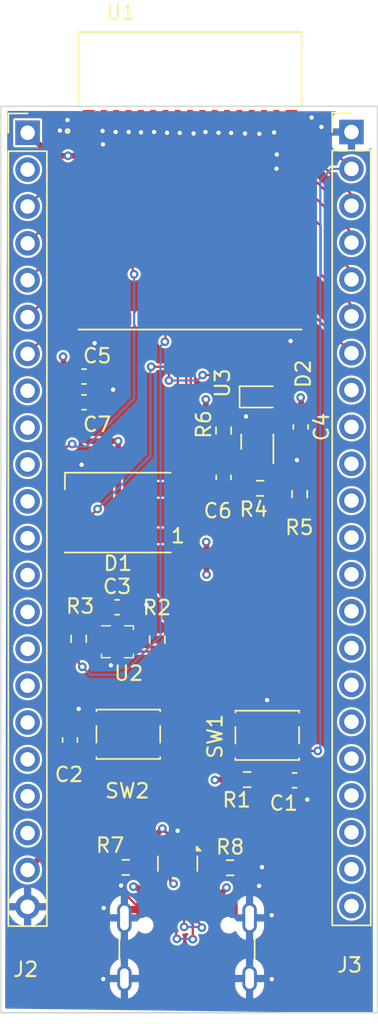
<source format=kicad_pcb>
(kicad_pcb (version 20240108) (generator "pcbnew") (generator_version "8.0")
  (layers (0 "F.Cu" signal "L1") (1 "In1.Cu" signal "L2") (2 "In2.Cu" signal "L3") (31 "B.Cu" signal "L4") (34 "B.Paste" user) (35 "F.Paste" user) (36 "B.SilkS" user "B.Silkscreen") (37 "F.SilkS" user "F.Silkscreen") (38 "B.Mask" user) (39 "F.Mask" user) (44 "Edge.Cuts" user))
  (net 0 "")
  (net 1 "/ESP32_EN")
  (net 2 "GND")
  (net 3 "Net-(SW2-A)")
  (net 4 "+3V3")
  (net 5 "/5VUSB")
  (net 6 "Net-(U3-OUT)")
  (net 7 "/GPIO48")
  (net 10 "Net-(J1-CC2)")
  (net 11 "/USB_P")
  (net 12 "/USB_N")
  (net 13 "Net-(J1-CC1)")
  (net 15 "Net-(U3-FB)")
  (net 16 "/GPIO12")
  (net 17 "/GPIO13")
  (net 18 "/GPIO14")
  (net 19 "/GPIO15")
  (net 20 "/GPIO16")
  (net 21 "/GPIO46")
  (net 22 "/GPIO45")
  (net 23 "/RXD")
  (net 24 "/TXD")
  (net 25 "/GPIO42")
  (net 26 "/GPIO47")
  (net 27 "/I2C_SDA")
  (net 28 "/I2C_SCL")
  (net 30 "/GPIO01")
  (net 31 "/GPIO02")
  (net 32 "/GPIO03")
  (net 33 "/GPIO04")
  (net 34 "/GPIO05")
  (net 37 "/GPIO00")
  (footprint "Button_Switch_SMD:SW_SPST_PTS810" (layer "F.Cu") (at 92.6875 94.55)
    (property "Reference" "SW1")
    (property "Value" "RESET1")
  )
  (footprint "Capacitor_SMD:C_0603_1608Metric" (layer "F.Cu") (at 94.575 97.65)
    (property "Reference" "C1")
    (property "Value" "0.1uF" (hide yes))
  )
  (footprint "Resistor_SMD:R_0603_1608Metric" (layer "F.Cu") (at 82.925 103.65 180)
    (property "Reference" "R7")
    (property "Value" "5.1k" (hide yes))
  )
  (footprint "Resistor_SMD:R_0603_1608Metric" (layer "F.Cu") (at 90.125 103.675)
    (property "Reference" "R8")
    (property "Value" "5.1k" (hide yes))
  )
  (footprint "Resistor_SMD:R_0603_1608Metric" (layer "F.Cu") (at 89.675 73.55 90)
    (property "Reference" "R6")
    (property "Value" "5.1k" (hide yes))
  )
  (footprint "Package_DFN_QFN:Diodes_UDFN-10_1.0x2.5mm_P0.5mm" (layer "F.Cu") (at 86.503 103.3885 -90)
    (property "Reference" "U5" (hide yes))
    (property "Value" "D3V3XA4B10LP" (hide yes))
  )
  (footprint "Resistor_SMD:R_0603_1608Metric" (layer "F.Cu") (at 94.925 77.925 90)
    (property "Reference" "R5")
    (property "Value" "200k" (hide yes))
  )
  (footprint "Capacitor_SMD:C_0603_1608Metric" (layer "F.Cu") (at 80.05 71.6)
    (property "Reference" "C7")
    (property "Value" "10uF" (hide yes))
  )
  (footprint "Resistor_SMD:R_0603_1608Metric" (layer "F.Cu") (at 85.1 87.95 -90)
    (property "Reference" "R2")
    (property "Value" "10k" (hide yes))
  )
  (footprint "Capacitor_SMD:C_0603_1608Metric" (layer "F.Cu") (at 82.325 85.725)
    (property "Reference" "C3")
    (property "Value" "0.1uF" (hide yes))
  )
  (footprint "Resistor_SMD:R_0603_1608Metric" (layer "F.Cu") (at 91.3 97.6)
    (property "Reference" "R1")
    (property "Value" "10k" (hide yes))
  )
  (footprint "Connector_PinHeader_2.54mm:PinHeader_1x22_P2.54mm_Vertical" (layer "F.Cu") (at 98.5 52.975)
    (property "Reference" "J3")
    (property "Value" "Conn_01x22_Male" (hide yes))
  )
  (footprint "Connector_PinHeader_2.54mm:PinHeader_1x22_P2.54mm_Vertical" (layer "F.Cu") (at 76.15 53.025)
    (property "Reference" "J2")
    (property "Value" "Conn_01x22_Male" (hide yes))
  )
  (footprint "LED_SMD:LED_0603_1608Metric" (layer "F.Cu") (at 92.2625 71.225)
    (property "Reference" "D2")
    (property "Value" "LED" (hide yes))
  )
  (footprint "Package_SON:WSON-6-1EP_2x2mm_P0.65mm_EP1x1.6mm" (layer "F.Cu") (at 92 74.8125 90)
    (property "Reference" "U3")
    (property "Value" "TLV75801PDRV" (hide yes))
  )
  (footprint "Resistor_SMD:R_0603_1608Metric" (layer "F.Cu") (at 92.2 77.525)
    (property "Reference" "R4")
    (property "Value" "1M" (hide yes))
  )
  (footprint "Capacitor_SMD:C_0603_1608Metric" (layer "F.Cu") (at 95 73.3 -90)
    (property "Reference" "C4")
    (property "Value" "0.1uF" (hide yes))
  )
  (footprint "LED_SMD:LED_WS2812B_PLCC4_5.0x5.0mm_P3.2mm" (layer "F.Cu") (at 82.375 79.2 180)
    (property "Reference" "D1")
    (property "Value" "WS2812B" (hide yes))
  )
  (footprint "Capacitor_SMD:C_0603_1608Metric" (layer "F.Cu") (at 89.675 76.775 90)
    (property "Reference" "C6")
    (property "Value" "10uF" (hide yes))
  )
  (footprint "ESP32_S3_MINI_1_N8:XCVR_ESP32-S3-MINI-1-N8" (layer "F.Cu") (at 87.361 58.86)
    (property "Reference" "U1")
    (property "Value" "ESP32-S3-MINI-1-N8" (hide yes))
  )
  (footprint "Package_DFN_QFN:AMS_QFN-4-1EP_2x2mm_P0.95mm_EP0.7x1.6mm" (layer "F.Cu") (at 82.35 88.1)
    (property "Reference" "U2")
    (property "Value" "ENS210" (hide yes))
  )
  (footprint "Capacitor_SMD:C_0603_1608Metric" (layer "F.Cu") (at 79.076 94.873 90)
    (property "Reference" "C2")
    (property "Value" "0.1uF" (hide yes))
  )
  (footprint "Capacitor_SMD:C_0603_1608Metric" (layer "F.Cu") (at 80.05 69.825)
    (property "Reference" "C5")
    (property "Value" "0.1uF" (hide yes))
  )
  (footprint "Button_Switch_SMD:SW_SPST_PTS810" (layer "F.Cu") (at 83.1 94.475)
    (property "Reference" "SW2")
    (property "Value" "BOOT0")
  )
  (footprint "Resistor_SMD:R_0603_1608Metric" (layer "F.Cu") (at 79.675 87.9 -90)
    (property "Reference" "R3")
    (property "Value" "10k" (hide yes))
  )
  (footprint "Connector_USB:USB_C_Receptacle_GCT_USB4105-xx-A_16P_TopMnt_Horizontal" (layer "F.Cu") (at 87.15 110.233)
    (property "Reference" "J1" (hide yes))
    (property "Value" "USB_C_Receptacle_USB2.0" (hide yes))
  )
  (gr_rect (start 74.295 51.205) (end 100.295 113.666) (stroke (width 0.1)) (fill none) (layer "Edge.Cuts"))
  (segment (start 92.125 97.6) (end 92.125 97.1375) (width 0.1524) (layer "F.Cu") (net 1))
  (segment (start 90.6125 95.625) (end 94.7625 95.625) (width 0.1524) (layer "F.Cu") (net 1))
  (segment (start 98.5 55.515) (end 95.895 52.91) (width 0.1524) (layer "F.Cu") (net 1))
  (segment (start 94.7625 95.625) (end 96.175 95.625) (width 0.1524) (layer "F.Cu") (net 1))
  (segment (start 95.895 52.91) (end 94.361 52.91) (width 0.1524) (layer "F.Cu") (net 1))
  (segment (start 93.75 97.6) (end 93.8 97.65) (width 0.1524) (layer "F.Cu") (net 1))
  (segment (start 92.125 97.1375) (end 90.6125 95.625) (width 0.1524) (layer "F.Cu") (net 1))
  (segment (start 92.125 97.6) (end 93.75 97.6) (width 0.1524) (layer "F.Cu") (net 1))
  (via (at 96.175 95.625) (size 0.604799) (drill 0.299997) (layers "F.Cu" "B.Cu") (net 1))
  (segment (start 96.35 56.275) (end 97.11 55.515) (width 0.1524) (layer "B.Cu") (net 1))
  (segment (start 96.35 95.45) (end 96.35 56.275) (width 0.1524) (layer "B.Cu") (net 1))
  (segment (start 96.175 95.625) (end 96.35 95.45) (width 0.1524) (layer "B.Cu") (net 1))
  (segment (start 97.11 55.515) (end 98.5 55.515) (width 0.1524) (layer "B.Cu") (net 1))
  (segment (start 94.7625 93.475) (end 94.7625 92.8625) (width 0.1524) (layer "F.Cu") (net 2))
  (segment (start 83.95 106.553) (end 82.6 105.203) (width 0.1524) (layer "F.Cu") (net 2))
  (segment (start 95 75.325) (end 95 74.075) (width 0.1524) (layer "F.Cu") (net 2))
  (segment (start 95.75 51.975) (end 95.635 51.86) (width 0.1524) (layer "F.Cu") (net 2))
  (segment (start 82.05 71.35) (end 82.05 70.725) (width 0.1524) (layer "F.Cu") (net 2))
  (segment (start 94.025 92.125) (end 92.675 92.125) (width 0.1524) (layer "F.Cu") (net 2))
  (segment (start 91.625 92.125) (end 92.675 92.125) (width 0.1524) (layer "F.Cu") (net 2))
  (segment (start 94.361 65.86) (end 94.361 67.314) (width 0.1524) (layer "F.Cu") (net 2))
  (segment (start 83.1 87.4) (end 83.1 85.725) (width 0.1524) (layer "F.Cu") (net 2))
  (segment (start 94.7375 75.5875) (end 94.625 75.7) (width 0.1524) (layer "F.Cu") (net 2))
  (segment (start 80.825 67.575) (end 80.775 67.525) (width 0.1524) (layer "F.Cu") (net 2))
  (segment (start 94.625 75.7) (end 92.65 75.7) (width 0.1524) (layer "F.Cu") (net 2))
  (segment (start 87.361 57.21) (end 87.361 60.51) (width 0.635) (layer "F.Cu") (net 2))
  (segment (start 80.825 71.6) (end 81.8 71.6) (width 0.1524) (layer "F.Cu") (net 2))
  (segment (start 95.45 98.975) (end 95.45 97.75) (width 0.1524) (layer "F.Cu") (net 2))
  (segment (start 80.35 92.725) (end 81.025 93.4) (width 0.1524) (layer "F.Cu") (net 2))
  (segment (start 95.45 97.75) (end 95.35 97.65) (width 0.1524) (layer "F.Cu") (net 2))
  (segment (start 91.475 71.225) (end 91.475 72.325) (width 0.1524) (layer "F.Cu") (net 2))
  (segment (start 94.361 67.314) (end 94.3 67.375) (width 0.1524) (layer "F.Cu") (net 2))
  (segment (start 80.825 69.825) (end 80.825 67.575) (width 0.1524) (layer "F.Cu") (net 2))
  (segment (start 83.3 87.6) (end 83.1 87.4) (width 0.1524) (layer "F.Cu") (net 2))
  (segment (start 81.8 71.6) (end 82.05 71.35) (width 0.1524) (layer "F.Cu") (net 2))
  (segment (start 94.7625 92.8625) (end 94.025 92.125) (width 0.1524) (layer "F.Cu") (net 2))
  (segment (start 79.675 92.725) (end 80.35 92.725) (width 0.1524) (layer "F.Cu") (net 2))
  (segment (start 94.7375 75.5875) (end 95 75.325) (width 0.1524) (layer "F.Cu") (net 2))
  (segment (start 82.525 87.625) (end 83.3 87.625) (width 0.1524) (layer "F.Cu") (net 2))
  (segment (start 83.3 87.625) (end 83.3 87.6) (width 0.1524) (layer "F.Cu") (net 2))
  (segment (start 94.925 75.775) (end 94.925 77.1) (width 0.1524) (layer "F.Cu") (net 2))
  (segment (start 82.1 103.65) (end 82.1 104.4) (width 0.1524) (layer "F.Cu") (net 2))
  (segment (start 96.775 52.975) (end 96.425 52.625) (width 0.1524) (layer "F.Cu") (net 2))
  (segment (start 80.775 67.525) (end 80.361 67.111) (width 0.1524) (layer "F.Cu") (net 2))
  (segment (start 79.925 75.95) (end 79.875 75.9) (width 0.1524) (layer "F.Cu") (net 2))
  (segment (start 85.175 93.4) (end 81.025 93.4) (width 0.1524) (layer "F.Cu") (net 2))
  (segment (start 82.35 88.1) (end 82.35 87.8) (width 0.1524) (layer "F.Cu") (net 2))
  (segment (start 79.076 94.098) (end 79.076 93.324) (width 0.1524) (layer "F.Cu") (net 2))
  (segment (start 83.1 85.725) (end 84.175 85.725) (width 0.1524) (layer "F.Cu") (net 2))
  (segment (start 82.35 87.8) (end 82.525 87.625) (width 0.1524) (layer "F.Cu") (net 2))
  (segment (start 90.6125 93.475) (end 90.6125 93.1375) (width 0.1524) (layer "F.Cu") (net 2))
  (segment (start 82.1 104.4) (end 82.6 104.9) (width 0.1524) (layer "F.Cu") (net 2))
  (segment (start 98.5 52.975) (end 96.775 52.975) (width 0.1524) (layer "F.Cu") (net 2))
  (segment (start 80.825 69.825) (end 81.725 69.825) (width 0.1524) (layer "F.Cu") (net 2))
  (segment (start 82.6 105.203) (end 82.6 104.9) (width 0.1524) (layer "F.Cu") (net 2))
  (segment (start 90.6125 93.1375) (end 91.625 92.125) (width 0.1524) (layer "F.Cu") (net 2))
  (segment (start 82.35 89.275) (end 81.9 89.725) (width 0.1524) (layer "F.Cu") (net 2))
  (segment (start 86.503 103.801) (end 86.503 103.0385) (width 0.1524) (layer "F.Cu") (net 2))
  (segment (start 86.503 101.125) (end 86.503 103.0385) (width 0.1524) (layer "F.Cu") (net 2))
  (segment (start 90.95 103.975) (end 90.95 103.675) (width 0.1524) (layer "F.Cu") (net 2))
  (segment (start 89.675 76) (end 90.8625 74.8125) (width 0.1524) (layer "F.Cu") (net 2))
  (segment (start 95.635 51.86) (end 94.361 51.86) (width 0.1524) (layer "F.Cu") (net 2))
  (segment (start 91.475 72.325) (end 91.225 72.575) (width 0.1524) (layer "F.Cu") (net 2))
  (segment (start 82.35 88.1) (end 82.35 89.275) (width 0.1524) (layer "F.Cu") (net 2))
  (segment (start 81.725 69.825) (end 82.05 70.15) (width 0.1524) (layer "F.Cu") (net 2))
  (segment (start 84.175 85.725) (end 84.35 85.55) (width 0.1524) (layer "F.Cu") (net 2))
  (segment (start 94.7375 75.5875) (end 93.9625 74.8125) (width 0.1524) (layer "F.Cu") (net 2))
  (segment (start 94.7375 75.5875) (end 94.925 75.775) (width 0.1524) (layer "F.Cu") (net 2))
  (segment (start 93.9625 74.8125) (end 92 74.8125) (width 0.1524) (layer "F.Cu") (net 2))
  (segment (start 79.076 93.324) (end 79.675 92.725) (width 0.1524) (layer "F.Cu") (net 2))
  (segment (start 82.05 70.15) (end 82.05 70.725) (width 0.1524) (layer "F.Cu") (net 2))
  (segment (start 90.8625 74.8125) (end 92 74.8125) (width 0.1524) (layer "F.Cu") (net 2))
  (segment (start 79.925 77.6) (end 79.925 75.95) (width 0.1524) (layer "F.Cu") (net 2))
  (segment (start 80.361 67.111) (end 80.361 65.86) (width 0.1524) (layer "F.Cu") (net 2))
  (via (at 84.35 85.55) (size 0.604799) (drill 0.299997) (layers "F.Cu" "B.Cu") (net 2))
  (via (at 78.375 52.875) (size 0.604799) (drill 0.299997) (layers "F.Cu" "B.Cu") (net 2))
  (via (at 79.675 92.725) (size 0.604799) (drill 0.299997) (layers "F.Cu" "B.Cu") (net 2))
  (via (at 82.05 70.725) (size 0.604799) (drill 0.299997) (layers "F.Cu" "B.Cu") (net 2))
  (via (at 87.604039 53.073689) (size 0.604799) (drill 0.299997) (layers "F.Cu" "B.Cu") (net 2))
  (via (at 96.425 52.625) (size 0.604799) (drill 0.299997) (layers "F.Cu" "B.Cu") (net 2))
  (via (at 88.425 52.975) (size 0.604799) (drill 0.299997) (layers "F.Cu" "B.Cu") (net 2))
  (via (at 92.125 104.925) (size 0.604799) (drill 0.299997) (layers "F.Cu" "B.Cu") (net 2))
  (via (at 81.4 106.45) (size 0.604799) (drill 0.299997) (layers "F.Cu" "B.Cu") (net 2))
  (via (at 86.647888 53.035528) (size 0.604799) (drill 0.299997) (layers "F.Cu" "B.Cu") (net 2))
  (via (at 92.142357 53.097379) (size 0.604799) (drill 0.299997) (layers "F.Cu" "B.Cu") (net 2))
  (via (at 82.6 104.9) (size 0.604799) (drill 0.299997) (layers "F.Cu" "B.Cu") (net 2))
  (via (at 82.225 52.975) (size 0.604799) (drill 0.299997) (layers "F.Cu" "B.Cu") (net 2))
  (via (at 81.325 52.9) (size 0.604799) (drill 0.299997) (layers "F.Cu" "B.Cu") (net 2))
  (via (at 85.775 53.025) (size 0.604799) (drill 0.299997) (layers "F.Cu" "B.Cu") (net 2))
  (via (at 83.125 52.975) (size 0.604799) (drill 0.299997) (layers "F.Cu" "B.Cu") (net 2))
  (via (at 92.328919 103.633854) (size 0.604799) (drill 0.299997) (layers "F.Cu" "B.Cu") (net 2))
  (via (at 92.675 92.125) (size 0.604799) (drill 0.299997) (layers "F.Cu" "B.Cu") (net 2))
  (via (at 81.9 89.725) (size 0.604799) (drill 0.299997) (layers "F.Cu" "B.Cu") (net 2))
  (via (at 83.975 53) (size 0.604799) (drill 0.299997) (layers "F.Cu" "B.Cu") (net 2))
  (via (at 93.325 55.5) (size 0.604799) (drill 0.299997) (layers "F.Cu" "B.Cu") (net 2))
  (via (at 93.161024 53.00262) (size 0.604799) (drill 0.299997) (layers "F.Cu" "B.Cu") (net 2))
  (via (at 92.993773 106.943997) (size 0.604799) (drill 0.299997) (layers "F.Cu" "B.Cu") (net 2))
  (via (at 81.35 53.825) (size 0.604799) (drill 0.299997) (layers "F.Cu" "B.Cu") (net 2))
  (via (at 91.225 72.575) (size 0.604799) (drill 0.299997) (layers "F.Cu" "B.Cu") (net 2))
  (via (at 93.35 54.525) (size 0.604799) (drill 0.299997) (layers "F.Cu" "B.Cu") (net 2))
  (via (at 81.373072 111.346066) (size 0.604799) (drill 0.299997) (layers "F.Cu" "B.Cu") (net 2))
  (via (at 94.7375 75.5875) (size 0.604799) (drill 0.299997) (layers "F.Cu" "B.Cu") (net 2))
  (via (at 86.503 101.125) (size 0.604799) (drill 0.299997) (layers "F.Cu" "B.Cu") (net 2))
  (via (at 78.9 52.15) (size 0.604799) (drill 0.299997) (layers "F.Cu" "B.Cu") (net 2))
  (via (at 95.45 98.975) (size 0.604799) (drill 0.299997) (layers "F.Cu" "B.Cu") (net 2))
  (via (at 89.325 53.025) (size 0.604799) (drill 0.299997) (layers "F.Cu" "B.Cu") (net 2))
  (via (at 91.154039 53.073689) (size 0.604799) (drill 0.299997) (layers "F.Cu" "B.Cu") (net 2))
  (via (at 90.197888 53.035528) (size 0.604799) (drill 0.299997) (layers "F.Cu" "B.Cu") (net 2))
  (via (at 84.875 52.975) (size 0.604799) (drill 0.299997) (layers "F.Cu" "B.Cu") (net 2))
  (via (at 93 111.35) (size 0.604799) (drill 0.299997) (layers "F.Cu" "B.Cu") (net 2))
  (via (at 94.3 67.375) (size 0.604799) (drill 0.299997) (layers "F.Cu" "B.Cu") (net 2))
  (via (at 80.775 67.525) (size 0.604799) (drill 0.299997) (layers "F.Cu" "B.Cu") (net 2))
  (via (at 95.75 51.975) (size 0.604799) (drill 0.299997) (layers "F.Cu" "B.Cu") (net 2))
  (via (at 79.875 75.9) (size 0.604799) (drill 0.299997) (layers "F.Cu" "B.Cu") (net 2))
  (segment (start 79.225 74.475) (end 79.075 74.625) (width 0.1524) (layer "F.Cu") (net 3))
  (segment (start 78.375 75.15) (end 78.375 90.6) (width 0.1524) (layer "F.Cu") (net 3))
  (segment (start 78.375 90.6) (end 79.25 91.475) (width 0.1524) (layer "F.Cu") (net 3))
  (segment (start 83.4 62.825) (end 83.45 62.825) (width 0.1524) (layer "F.Cu") (net 3))
  (segment (start 83.45 62.825) (end 83.5 62.775) (width 0.1524) (layer "F.Cu") (net 3))
  (segment (start 79.25 91.475) (end 85.4 91.475) (width 0.1524) (layer "F.Cu") (net 3))
  (segment (start 80.361 55.46) (end 80.561 55.46) (width 0.1524) (layer "F.Cu") (net 3))
  (segment (start 85.4 91.475) (end 86.3 92.375) (width 0.1524) (layer "F.Cu") (net 3))
  (segment (start 85.175 95.55) (end 81.025 95.55) (width 0.1524) (layer "F.Cu") (net 3))
  (segment (start 86.3 92.375) (end 86.3 94.925) (width 0.1524) (layer "F.Cu") (net 3))
  (segment (start 80.561 55.46) (end 83.4 58.299) (width 0.1524) (layer "F.Cu") (net 3))
  (segment (start 79.076 95.648) (end 80.927 95.648) (width 0.1524) (layer "F.Cu") (net 3))
  (segment (start 79.075 74.625) (end 78.9 74.625) (width 0.1524) (layer "F.Cu") (net 3))
  (segment (start 85.675 95.55) (end 85.175 95.55) (width 0.1524) (layer "F.Cu") (net 3))
  (segment (start 83.4 58.299) (end 83.4 62.825) (width 0.1524) (layer "F.Cu") (net 3))
  (segment (start 86.3 94.925) (end 85.675 95.55) (width 0.1524) (layer "F.Cu") (net 3))
  (segment (start 78.9 74.625) (end 78.375 75.15) (width 0.1524) (layer "F.Cu") (net 3))
  (segment (start 80.927 95.648) (end 81.025 95.55) (width 0.1524) (layer "F.Cu") (net 3))
  (via (at 79.225 74.475) (size 0.604799) (drill 0.299997) (layers "F.Cu" "B.Cu") (net 3))
  (via (at 83.5 62.775) (size 0.604799) (drill 0.299997) (layers "F.Cu" "B.Cu") (net 3))
  (segment (start 79.4 74.65) (end 80.2 74.65) (width 0.1524) (layer "B.Cu") (net 3))
  (segment (start 83.5 71.35) (end 83.5 62.775) (width 0.1524) (layer "B.Cu") (net 3))
  (segment (start 79.225 74.475) (end 79.4 74.65) (width 0.1524) (layer "B.Cu") (net 3))
  (segment (start 80.2 74.65) (end 83.5 71.35) (width 0.1524) (layer "B.Cu") (net 3))
  (segment (start 80.525 87.075) (end 79.675 87.075) (width 0.39116) (layer "F.Cu") (net 4))
  (segment (start 81.075 87.625) (end 80.525 87.075) (width 0.39116) (layer "F.Cu") (net 4))
  (segment (start 83.525 80.8) (end 82.4 79.675) (width 0.39116) (layer "F.Cu") (net 4))
  (segment (start 81.4 85.875) (end 81.55 85.725) (width 0.1524) (layer "F.Cu") (net 4))
  (segment (start 84.825 80.8) (end 83.525 80.8) (width 0.39116) (layer "F.Cu") (net 4))
  (segment (start 80.25 74.275) (end 79.275 73.3) (width 0.39116) (layer "F.Cu") (net 4))
  (segment (start 81.55 84.5) (end 81.55 85.725) (width 0.39116) (layer "F.Cu") (net 4))
  (segment (start 90.45 69.925) (end 92.825 69.925) (width 0.39116) (layer "F.Cu") (net 4))
  (segment (start 84.2 84.425) (end 84.175 84.4) (width 0.1524) (layer "F.Cu") (net 4))
  (segment (start 85.1 85.225) (end 84.3 84.425) (width 0.39116) (layer "F.Cu") (net 4))
  (segment (start 81.4 87.625) (end 81.075 87.625) (width 0.39116) (layer "F.Cu") (net 4))
  (segment (start 88.5 83.475) (end 88.5 81.25) (width 0.39116) (layer "F.Cu") (net 4))
  (segment (start 85.1 87.125) (end 85.1 85.225) (width 0.39116) (layer "F.Cu") (net 4))
  (segment (start 81.4 87.625) (end 81.4 85.875) (width 0.39116) (layer "F.Cu") (net 4))
  (segment (start 89.675 72.725) (end 89.25 72.725) (width 0.39116) (layer "F.Cu") (net 4))
  (segment (start 84.175 84.4) (end 81.65 84.4) (width 0.39116) (layer "F.Cu") (net 4))
  (segment (start 92.825 69.925) (end 93.05 70.15) (width 0.39116) (layer "F.Cu") (net 4))
  (segment (start 82.4 79.675) (end 82.4 82.625) (width 0.39116) (layer "F.Cu") (net 4))
  (segment (start 82.4 74.275) (end 80.25 74.275) (width 0.39116) (layer "F.Cu") (net 4))
  (segment (start 89.675 70.7) (end 90.45 69.925) (width 0.39116) (layer "F.Cu") (net 4))
  (segment (start 79.275 69.825) (end 78.625 69.175) (width 0.39116) (layer "F.Cu") (net 4))
  (segment (start 82.4 79.675) (end 82.4 74.275) (width 0.39116) (layer "F.Cu") (net 4))
  (segment (start 78.625 69.175) (end 78.625 68.475) (width 0.39116) (layer "F.Cu") (net 4))
  (segment (start 89.25 72.725) (end 88.45 71.925) (width 0.39116) (layer "F.Cu") (net 4))
  (segment (start 89.1 97.6) (end 89.075 97.625) (width 0.39116) (layer "F.Cu") (net 4))
  (segment (start 93.05 70.15) (end 93.05 71.225) (width 0.39116) (layer "F.Cu") (net 4))
  (segment (start 84.3 84.425) (end 84.2 84.425) (width 0.1524) (layer "F.Cu") (net 4))
  (segment (start 78.625 68.475) (end 78.6 68.45) (width 0.39116) (layer "F.Cu") (net 4))
  (segment (start 82.4 82.625) (end 84.175 84.4) (width 0.39116) (layer "F.Cu") (net 4))
  (segment (start 81.65 84.4) (end 81.55 84.5) (width 0.1524) (layer "F.Cu") (net 4))
  (segment (start 78.94 54.61) (end 77.735 54.61) (width 0.39116) (layer "F.Cu") (net 4))
  (segment (start 77.735 54.61) (end 76.15 53.025) (width 0.39116) (layer "F.Cu") (net 4))
  (segment (start 90.475 97.6) (end 89.1 97.6) (width 0.39116) (layer "F.Cu") (net 4))
  (segment (start 88.45 71.925) (end 88.45 71.4) (width 0.39116) (layer "F.Cu") (net 4))
  (segment (start 78.94 54.61) (end 80.361 54.61) (width 0.39116) (layer "F.Cu") (net 4))
  (segment (start 89.675 72.725) (end 89.675 70.7) (width 0.39116) (layer "F.Cu") (net 4))
  (segment (start 79.275 73.3) (end 79.275 71.6) (width 0.39116) (layer "F.Cu") (net 4))
  (segment (start 79.275 69.825) (end 79.275 71.6) (width 0.39116) (layer "F.Cu") (net 4))
  (segment (start 88.5 81.25) (end 88.475 81.225) (width 0.39116) (layer "F.Cu") (net 4))
  (via (at 88.45 71.4) (size 0.604799) (drill 0.299997) (layers "F.Cu" "B.Cu") (net 4))
  (via (at 88.5 83.475) (size 0.604799) (drill 0.299997) (layers "F.Cu" "B.Cu") (net 4))
  (via (at 78.6 68.45) (size 0.604799) (drill 0.299997) (layers "F.Cu" "B.Cu") (net 4))
  (via (at 82.4 74.275) (size 0.604799) (drill 0.299997) (layers "F.Cu" "B.Cu") (net 4))
  (via (at 78.94 54.61) (size 0.604799) (drill 0.299997) (layers "F.Cu" "B.Cu") (net 4))
  (via (at 88.475 81.225) (size 0.604799) (drill 0.299997) (layers "F.Cu" "B.Cu") (net 4))
  (via (at 89.075 97.625) (size 0.604799) (drill 0.299997) (layers "F.Cu" "B.Cu") (net 4))
  (segment (start 95.025 71.29996) (end 94.994687 71.269647) (width 0.39116) (layer "F.Cu") (net 5))
  (segment (start 84.75 106.069594) (end 83.655406 104.975) (width 0.39116) (layer "F.Cu") (net 5))
  (segment (start 85.45 100.975) (end 84.9 101.525) (width 0.39116) (layer "F.Cu") (net 5))
  (segment (start 91.35 73.45) (end 92.275 72.525) (width 0.39116) (layer "F.Cu") (net 5))
  (segment (start 91.35 73.925) (end 91.35 73.45) (width 0.39116) (layer "F.Cu") (net 5))
  (segment (start 86.003 101.528) (end 86.003 103.001) (width 0.2032) (layer "F.Cu") (net 5))
  (segment (start 86.003 103.776) (end 86 103.779) (width 0.2032) (layer "F.Cu") (net 5))
  (segment (start 92.275 72.525) (end 93.25 72.525) (width 0.39116) (layer "F.Cu") (net 5))
  (segment (start 93.25 72.525) (end 95 72.525) (width 0.39116) (layer "F.Cu") (net 5))
  (segment (start 83.655406 104.975) (end 83.45 104.975) (width 0.39116) (layer "F.Cu") (net 5))
  (segment (start 89.55 106.553) (end 89.55 105.403333) (width 0.39116) (layer "F.Cu") (net 5))
  (segment (start 89.55 105.403333) (end 89.904366 105.048967) (width 0.39116) (layer "F.Cu") (net 5))
  (segment (start 86 103.779) (end 86 104.569) (width 0.2032) (layer "F.Cu") (net 5))
  (segment (start 85.6 101.125) (end 85.45 100.975) (width 0.1524) (layer "F.Cu") (net 5))
  (segment (start 86 104.569) (end 86.206 104.775) (width 0.2032) (layer "F.Cu") (net 5))
  (segment (start 92.65 73.925) (end 92.65 73.125) (width 0.39116) (layer "F.Cu") (net 5))
  (segment (start 84.9 101.525) (end 78.45 101.525) (width 0.39116) (layer "F.Cu") (net 5))
  (segment (start 92.65 73.125) (end 93.25 72.525) (width 0.39116) (layer "F.Cu") (net 5))
  (segment (start 84.75 106.553) (end 84.75 106.069594) (width 0.39116) (layer "F.Cu") (net 5))
  (segment (start 86.206 104.775) (end 86.225 104.775) (width 0.2032) (layer "F.Cu") (net 5))
  (segment (start 85.45 100.975) (end 85.55 101.075) (width 0.1524) (layer "F.Cu") (net 5))
  (segment (start 95.025 72.725) (end 95.025 71.29996) (width 0.39116) (layer "F.Cu") (net 5))
  (segment (start 78.45 101.525) (end 76.15 103.825) (width 0.39116) (layer "F.Cu") (net 5))
  (segment (start 85.45 100.975) (end 86.003 101.528) (width 0.2032) (layer "F.Cu") (net 5))
  (segment (start 86.003 103.001) (end 86.003 103.776) (width 0.2032) (layer "F.Cu") (net 5))
  (via (at 94.994687 71.269647) (size 0.604799) (drill 0.299997) (layers "F.Cu" "B.Cu") (net 5))
  (via (at 83.45 104.975) (size 0.604799) (drill 0.299997) (layers "F.Cu" "B.Cu") (net 5))
  (via (at 85.45 100.975) (size 0.604799) (drill 0.299997) (layers "F.Cu" "B.Cu") (net 5))
  (via (at 89.874433 105.038788) (size 0.604799) (drill 0.299997) (layers "F.Cu" "B.Cu") (net 5))
  (via (at 86.225 104.775) (size 0.604799) (drill 0.299997) (layers "F.Cu" "B.Cu") (net 5))
  (segment (start 89.675 77.55) (end 89.2 77.55) (width 0.39116) (layer "F.Cu") (net 6))
  (segment (start 91.375 77.525) (end 91.375 78.15) (width 0.39116) (layer "F.Cu") (net 6))
  (segment (start 88.825 74.375) (end 89.675 74.375) (width 0.39116) (layer "F.Cu") (net 6))
  (segment (start 88.55 76.9) (end 88.55 74.65) (width 0.39116) (layer "F.Cu") (net 6))
  (segment (start 88.55 74.65) (end 88.825 74.375) (width 0.39116) (layer "F.Cu") (net 6))
  (segment (start 89.675 78.05) (end 89.675 77.55) (width 0.39116) (layer "F.Cu") (net 6))
  (segment (start 91.375 78.15) (end 90.95 78.575) (width 0.39116) (layer "F.Cu") (net 6))
  (segment (start 90.2 78.575) (end 89.675 78.05) (width 0.39116) (layer "F.Cu") (net 6))
  (segment (start 89.2 77.55) (end 88.55 76.9) (width 0.39116) (layer "F.Cu") (net 6))
  (segment (start 90.95 78.575) (end 90.2 78.575) (width 0.39116) (layer "F.Cu") (net 6))
  (segment (start 91.35 75.7) (end 91.35 77.5) (width 0.39116) (layer "F.Cu") (net 6))
  (segment (start 91.35 77.5) (end 91.375 77.525) (width 0.39116) (layer "F.Cu") (net 6))
  (segment (start 93.311 66.06) (end 93.311 65.86) (width 0.1524) (layer "F.Cu") (net 7))
  (segment (start 85.9 69.325) (end 85.725 69.15) (width 0.1524) (layer "F.Cu") (net 7))
  (segment (start 89.646 69.725) (end 93.311 66.06) (width 0.1524) (layer "F.Cu") (net 7))
  (segment (start 79.925 80) (end 79.925 80.8) (width 0.1524) (layer "F.Cu") (net 7))
  (segment (start 80.975 78.95) (end 79.925 80) (width 0.1524) (layer "F.Cu") (net 7))
  (segment (start 85.725 69.15) (end 84.675 69.15) (width 0.1524) (layer "F.Cu") (net 7))
  (segment (start 85.9 70.1) (end 85.9 69.325) (width 0.1524) (layer "F.Cu") (net 7))
  (segment (start 88.225 69.725) (end 89.646 69.725) (width 0.1524) (layer "F.Cu") (net 7))
  (via (at 88.225 69.725) (size 0.604799) (drill 0.299997) (layers "F.Cu" "B.Cu") (net 7))
  (via (at 85.9 70.1) (size 0.604799) (drill 0.299997) (layers "F.Cu" "B.Cu") (net 7))
  (via (at 84.675 69.15) (size 0.604799) (drill 0.299997) (layers "F.Cu" "B.Cu") (net 7))
  (via (at 80.975 78.95) (size 0.604799) (drill 0.299997) (layers "F.Cu" "B.Cu") (net 7))
  (segment (start 84.625 69.2) (end 84.625 75.3) (width 0.1524) (layer "B.Cu") (net 7))
  (segment (start 84.625 75.3) (end 80.975 78.95) (width 0.1524) (layer "B.Cu") (net 7))
  (segment (start 85.9 70.1) (end 87.85 70.1) (width 0.1524) (layer "B.Cu") (net 7))
  (segment (start 87.85 70.1) (end 88.225 69.725) (width 0.1524) (layer "B.Cu") (net 7))
  (segment (start 84.675 69.15) (end 84.625 69.2) (width 0.1524) (layer "B.Cu") (net 7))
  (segment (start 89.075 105.35) (end 89.075 103.9) (width 0.1524) (layer "F.Cu") (net 10))
  (segment (start 88.9 105.525) (end 89.075 105.35) (width 0.1524) (layer "F.Cu") (net 10))
  (segment (start 89.075 103.9) (end 89.3 103.675) (width 0.1524) (layer "F.Cu") (net 10))
  (segment (start 88.9 105.525) (end 88.9 106.553) (width 0.155814) (layer "F.Cu") (net 10))
  (segment (start 87.948251 67.644691) (end 87.948251 66.122749) (width 0.155814) (layer "F.Cu") (net 11))
  (segment (start 88.175 107.8) (end 88.175 107.675) (width 0.155814) (layer "F.Cu") (net 11))
  (segment (start 87.407107 101.50635) (end 87.407108 101.506349) (width 0.155814) (layer "F.Cu") (net 11))
  (segment (start 87.9 106.553) (end 87.9 105.725) (width 0.155814) (layer "F.Cu") (net 11))
  (segment (start 87.503 102.532249) (end 87.407107 102.436356) (width 0.155814) (layer "F.Cu") (net 11))
  (segment (start 87.9 105.725) (end 87.455907 105.280907) (width 0.155814) (layer "F.Cu") (net 11))
  (segment (start 86.95 106.603) (end 86.9 106.553) (width 0.155814) (layer "F.Cu") (net 11))
  (segment (start 87.407107 102.436356) (end 87.407107 101.50635) (width 0.155814) (layer "F.Cu") (net 11))
  (segment (start 87.407108 101.506349) (end 87.407108 68.185834) (width 0.155814) (layer "F.Cu") (net 11))
  (segment (start 86.95 107.75) (end 86.95 106.603) (width 0.155814) (layer "F.Cu") (net 11))
  (segment (start 87.948251 66.122749) (end 88.211 65.86) (width 0.155814) (layer "F.Cu") (net 11))
  (segment (start 87.407108 68.185834) (end 87.948251 67.644691) (width 0.155814) (layer "F.Cu") (net 11))
  (segment (start 88.175 107.8) (end 88.175 107.625) (width 0.155814) (layer "F.Cu") (net 11))
  (segment (start 87.9 107.4) (end 87.9 106.553) (width 0.155814) (layer "F.Cu") (net 11))
  (segment (start 88.175 107.675) (end 87.9 107.4) (width 0.155814) (layer "F.Cu") (net 11))
  (segment (start 87.455907 105.280907) (end 87.455907 103.823093) (width 0.155814) (layer "F.Cu") (net 11))
  (segment (start 87.503 103.001) (end 87.503 102.532249) (width 0.155814) (layer "F.Cu") (net 11))
  (segment (start 87.45 103.829) (end 87.503 103.776) (width 0.155814) (layer "F.Cu") (net 11))
  (segment (start 87.455907 103.823093) (end 87.503 103.776) (width 0.155814) (layer "F.Cu") (net 11))
  (via (at 86.95 107.75) (size 0.604799) (drill 0.299997) (layers "F.Cu" "B.Cu") (net 11))
  (via (at 88.175 107.8) (size 0.604799) (drill 0.299997) (layers "F.Cu" "B.Cu") (net 11))
  (segment (start 86.95 107.75) (end 88.125 107.75) (width 0.155814) (layer "B.Cu") (net 11))
  (segment (start 88.125 107.75) (end 88.175 107.8) (width 0.155814) (layer "B.Cu") (net 11))
  (segment (start 86.4 106.553) (end 86.4 105.95) (width 0.155814) (layer "F.Cu") (net 12))
  (segment (start 87.640037 66.139037) (end 87.361 65.86) (width 0.155814) (layer "F.Cu") (net 12))
  (segment (start 87.003 103.001) (end 87.003 102.532249) (width 0.155814) (layer "F.Cu") (net 12))
  (segment (start 87.4 107.45) (end 87.4 106.553) (width 0.155814) (layer "F.Cu") (net 12))
  (segment (start 87.098893 101.50635) (end 87.098892 101.506349) (width 0.155814) (layer "F.Cu") (net 12))
  (segment (start 86.4 108.525) (end 86.45 108.575) (width 0.155814) (layer "F.Cu") (net 12))
  (segment (start 87.098892 101.506349) (end 87.098892 68.058166) (width 0.155814) (layer "F.Cu") (net 12))
  (segment (start 87.147693 103.920693) (end 87.003 103.776) (width 0.155814) (layer "F.Cu") (net 12))
  (segment (start 87.640037 67.517021) (end 87.640037 66.139037) (width 0.155814) (layer "F.Cu") (net 12))
  (segment (start 86.4 106.553) (end 86.4 108.525) (width 0.155814) (layer "F.Cu") (net 12))
  (segment (start 86.4 105.95) (end 87.147693 105.202307) (width 0.155814) (layer "F.Cu") (net 12))
  (segment (start 87.003 102.532249) (end 87.098893 102.436356) (width 0.155814) (layer "F.Cu") (net 12))
  (segment (start 87.147693 105.202307) (end 87.147693 103.920693) (width 0.155814) (layer "F.Cu") (net 12))
  (segment (start 87.55 108.6) (end 87.55 107.6) (width 0.155814) (layer "F.Cu") (net 12))
  (segment (start 87.55 107.6) (end 87.4 107.45) (width 0.155814) (layer "F.Cu") (net 12))
  (segment (start 87.098893 102.436356) (end 87.098893 101.50635) (width 0.155814) (layer "F.Cu") (net 12))
  (segment (start 87.098892 68.058166) (end 87.640037 67.517021) (width 0.155814) (layer "F.Cu") (net 12))
  (via (at 86.45 108.575) (size 0.604799) (drill 0.299997) (layers "F.Cu" "B.Cu") (net 12))
  (via (at 87.55 108.6) (size 0.604799) (drill 0.299997) (layers "F.Cu" "B.Cu") (net 12))
  (segment (start 87.525 108.575) (end 87.55 108.6) (width 0.155814) (layer "B.Cu") (net 12))
  (segment (start 86.45 108.575) (end 87.525 108.575) (width 0.155814) (layer "B.Cu") (net 12))
  (segment (start 84.375 105.025) (end 83.75 104.4) (width 0.155814) (layer "F.Cu") (net 13))
  (segment (start 85.9 106.553) (end 85.9 105.7) (width 0.155814) (layer "F.Cu") (net 13))
  (segment (start 83.75 104.4) (end 83.75 103.65) (width 0.155814) (layer "F.Cu") (net 13))
  (segment (start 85.225 105.025) (end 84.375 105.025) (width 0.155814) (layer "F.Cu") (net 13))
  (segment (start 85.9 105.7) (end 85.225 105.025) (width 0.155814) (layer "F.Cu") (net 13))
  (segment (start 94.925 78.75) (end 93.375 78.75) (width 0.1524) (layer "F.Cu") (net 15))
  (segment (start 93.025 78.4) (end 93.025 77.525) (width 0.1524) (layer "F.Cu") (net 15))
  (segment (start 93.025 76.875) (end 92 75.85) (width 0.1524) (layer "F.Cu") (net 15))
  (segment (start 92 75.85) (end 92 75.7) (width 0.1524) (layer "F.Cu") (net 15))
  (segment (start 93.375 78.75) (end 93.025 78.4) (width 0.1524) (layer "F.Cu") (net 15))
  (segment (start 93.025 77.525) (end 93.025 76.875) (width 0.1524) (layer "F.Cu") (net 15))
  (segment (start 94.985 53.76) (end 94.361 53.76) (width 0.1524) (layer "F.Cu") (net 21))
  (segment (start 98.5 57.275) (end 94.985 53.76) (width 0.1524) (layer "F.Cu") (net 21))
  (segment (start 98.5 58.055) (end 98.5 57.275) (width 0.1524) (layer "F.Cu") (net 21))
  (segment (start 97.1166 57.4416) (end 95.985 56.31) (width 0.1524) (layer "F.Cu") (net 22))
  (segment (start 98.5 59.9) (end 97.1166 58.5166) (width 0.1524) (layer "F.Cu") (net 22))
  (segment (start 98.5 60.595) (end 98.5 59.9) (width 0.1524) (layer "F.Cu") (net 22))
  (segment (start 95.985 56.31) (end 94.361 56.31) (width 0.1524) (layer "F.Cu") (net 22))
  (segment (start 97.1166 58.5166) (end 97.1166 57.4416) (width 0.1524) (layer "F.Cu") (net 22))
  (segment (start 96.725 60.75) (end 98.5 62.525) (width 0.1524) (layer "F.Cu") (net 23))
  (segment (start 95.66 57.16) (end 96.725 58.225) (width 0.1524) (layer "F.Cu") (net 23))
  (segment (start 96.725 58.225) (end 96.725 60.75) (width 0.1524) (layer "F.Cu") (net 23))
  (segment (start 94.361 57.16) (end 95.66 57.16) (width 0.1524) (layer "F.Cu") (net 23))
  (segment (start 98.5 62.525) (end 98.5 63.135) (width 0.1524) (layer "F.Cu") (net 23))
  (segment (start 94.361 58.01) (end 94.935 58.01) (width 0.1524) (layer "F.Cu") (net 24))
  (segment (start 94.935 58.01) (end 96.375 59.45) (width 0.1524) (layer "F.Cu") (net 24))
  (segment (start 98.5 64.9) (end 98.5 65.675) (width 0.1524) (layer "F.Cu") (net 24))
  (segment (start 96.375 62.775) (end 98.5 64.9) (width 0.1524) (layer "F.Cu") (net 24))
  (segment (start 96.375 59.45) (end 96.375 62.775) (width 0.1524) (layer "F.Cu") (net 24))
  (segment (start 95.8 60.099) (end 94.561 58.86) (width 0.1524) (layer "F.Cu") (net 25))
  (segment (start 94.561 58.86) (end 94.361 58.86) (width 0.1524) (layer "F.Cu") (net 25))
  (segment (start 98.5 68.215) (end 95.8 65.515) (width 0.1524) (layer "F.Cu") (net 25))
  (segment (start 95.8 65.515) (end 95.8 60.099) (width 0.1524) (layer "F.Cu") (net 25))
  (segment (start 83.5 88.775) (end 83.3 88.575) (width 0.1524) (layer "F.Cu") (net 27))
  (segment (start 86.511 65.86) (end 86.511 87.364) (width 0.1524) (layer "F.Cu") (net 27))
  (segment (start 85.1 88.775) (end 83.5 88.775) (width 0.1524) (layer "F.Cu") (net 27))
  (segment (start 86.511 87.364) (end 85.1 88.775) (width 0.1524) (layer "F.Cu") (net 27))
  (segment (start 81.4 88.575) (end 79.825 88.575) (width 0.1524) (layer "F.Cu") (net 28))
  (segment (start 85.661 67.389) (end 85.625 67.425) (width 0.39116) (layer "F.Cu") (net 28))
  (segment (start 79.675 89.575) (end 79.925 89.825) (width 0.1524) (layer "F.Cu") (net 28))
  (segment (start 85.661 65.86) (end 85.661 67.389) (width 0.1524) (layer "F.Cu") (net 28))
  (segment (start 79.825 88.575) (end 79.675 88.725) (width 0.1524) (layer "F.Cu") (net 28))
  (segment (start 79.675 88.725) (end 79.675 89.575) (width 0.1524) (layer "F.Cu") (net 28))
  (via (at 85.625 67.425) (size 0.604799) (drill 0.299997) (layers "F.Cu" "B.Cu") (net 28))
  (via (at 79.925 89.825) (size 0.604799) (drill 0.299997) (layers "F.Cu" "B.Cu") (net 28))
  (segment (start 85.325 67.725) (end 85.625 67.425) (width 0.1524) (layer "B.Cu") (net 28))
  (segment (start 79.925 89.825) (end 80.47538 90.37538) (width 0.1524) (layer "B.Cu") (net 28))
  (segment (start 85.325 87.7) (end 85.325 67.725) (width 0.1524) (layer "B.Cu") (net 28))
  (segment (start 82.64962 90.37538) (end 82.7 90.325) (width 0.39116) (layer "B.Cu") (net 28))
  (segment (start 80.47538 90.37538) (end 82.64962 90.37538) (width 0.1524) (layer "B.Cu") (net 28))
  (segment (start 82.7 90.325) (end 85.325 87.7) (width 0.1524) (layer "B.Cu") (net 28))
  (segment (start 76.15 58.105) (end 77.945 56.31) (width 0.1524) (layer "F.Cu") (net 30))
  (segment (start 77.945 56.31) (end 80.361 56.31) (width 0.1524) (layer "F.Cu") (net 30))
  (segment (start 78.04 57.16) (end 80.361 57.16) (width 0.1524) (layer "F.Cu") (net 31))
  (segment (start 77.35 57.85) (end 78.04 57.16) (width 0.1524) (layer "F.Cu") (net 31))
  (segment (start 77.35 59.445) (end 77.35 57.85) (width 0.1524) (layer "F.Cu") (net 31))
  (segment (start 76.15 60.645) (end 77.35 59.445) (width 0.1524) (layer "F.Cu") (net 31))
  (segment (start 78.365 58.01) (end 77.6548 58.7202) (width 0.1524) (layer "F.Cu") (net 32))
  (segment (start 77.6548 61.6802) (end 76.15 63.185) (width 0.1524) (layer "F.Cu") (net 32))
  (segment (start 77.6548 58.7202) (end 77.6548 61.6802) (width 0.1524) (layer "F.Cu") (net 32))
  (segment (start 80.361 58.01) (end 78.365 58.01) (width 0.1524) (layer "F.Cu") (net 32))
  (segment (start 77.9596 63.9154) (end 77.9596 59.725) (width 0.1524) (layer "F.Cu") (net 33))
  (segment (start 78.8246 58.86) (end 80.361 58.86) (width 0.1524) (layer "F.Cu") (net 33))
  (segment (start 76.15 65.725) (end 77.9596 63.9154) (width 0.1524) (layer "F.Cu") (net 33))
  (segment (start 77.9596 59.725) (end 78.8246 58.86) (width 0.1524) (layer "F.Cu") (net 33))
  (segment (start 80.361 59.71) (end 79.565 59.71) (width 0.1524) (layer "F.Cu") (net 34))
  (segment (start 79.565 59.71) (end 78.2644 61.0106) (width 0.1524) (layer "F.Cu") (net 34))
  (segment (start 77.55 65.05) (end 77.55 66.865) (width 0.1524) (layer "F.Cu") (net 34))
  (segment (start 78.2644 64.3356) (end 77.55 65.05) (width 0.1524) (layer "F.Cu") (net 34))
  (segment (start 78.2644 61.0106) (end 78.2644 64.3356) (width 0.1524) (layer "F.Cu") (net 34))
  (segment (start 77.55 66.865) (end 76.15 68.265) (width 0.1524) (layer "F.Cu") (net 34))
  (zone (net 2) (net_name "GND") (layers "F.Cu" "In1.Cu" "In2.Cu" "B.Cu") (connect_pads (clearance 0.1524)) (min_thickness 0.1524) (fill yes (thermal_gap 0.5) (thermal_bridge_width 0.5))
    (polygon (pts (xy 74.775 51.525) (xy 99.875 51.55) (xy 99.975 113.7) (xy 74.6 113.375) (xy 74.75 51.525)))
  )
)
</source>
